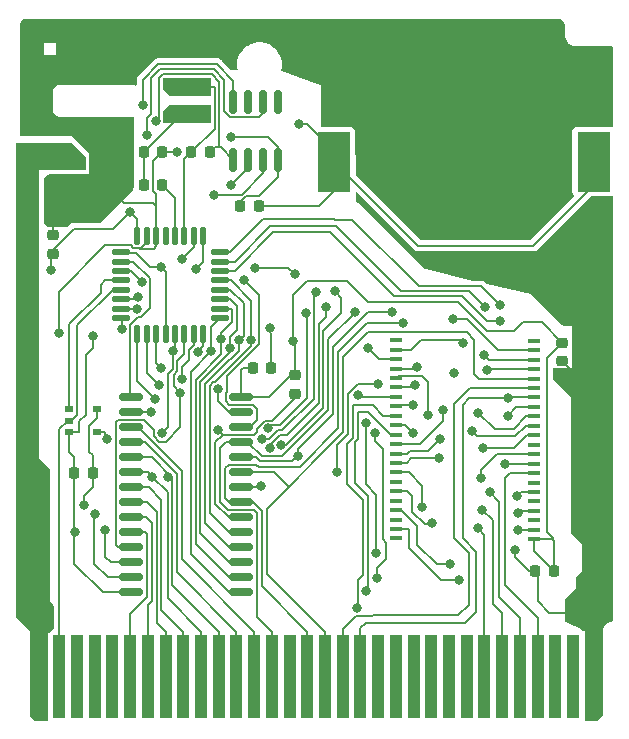
<source format=gbr>
G04 #@! TF.GenerationSoftware,KiCad,Pcbnew,(6.0.8)*
G04 #@! TF.CreationDate,2023-01-17T04:08:54-05:00*
G04 #@! TF.ProjectId,DMG-KGDU-10+,444d472d-4b47-4445-952d-31302b2e6b69,rev?*
G04 #@! TF.SameCoordinates,Original*
G04 #@! TF.FileFunction,Copper,L1,Top*
G04 #@! TF.FilePolarity,Positive*
%FSLAX46Y46*%
G04 Gerber Fmt 4.6, Leading zero omitted, Abs format (unit mm)*
G04 Created by KiCad (PCBNEW (6.0.8)) date 2023-01-17 04:08:54*
%MOMM*%
%LPD*%
G01*
G04 APERTURE LIST*
G04 Aperture macros list*
%AMRoundRect*
0 Rectangle with rounded corners*
0 $1 Rounding radius*
0 $2 $3 $4 $5 $6 $7 $8 $9 X,Y pos of 4 corners*
0 Add a 4 corners polygon primitive as box body*
4,1,4,$2,$3,$4,$5,$6,$7,$8,$9,$2,$3,0*
0 Add four circle primitives for the rounded corners*
1,1,$1+$1,$2,$3*
1,1,$1+$1,$4,$5*
1,1,$1+$1,$6,$7*
1,1,$1+$1,$8,$9*
0 Add four rect primitives between the rounded corners*
20,1,$1+$1,$2,$3,$4,$5,0*
20,1,$1+$1,$4,$5,$6,$7,0*
20,1,$1+$1,$6,$7,$8,$9,0*
20,1,$1+$1,$8,$9,$2,$3,0*%
%AMFreePoly0*
4,1,6,0.750000,1.500000,0.750000,-2.000000,-0.750000,-2.000000,-0.750000,2.000000,0.250000,2.000000,0.750000,1.500000,0.750000,1.500000,$1*%
%AMFreePoly1*
4,1,6,0.750000,-2.000000,-0.750000,-2.000000,-0.750000,1.500000,-0.250000,2.000000,0.750000,2.000000,0.750000,-2.000000,0.750000,-2.000000,$1*%
%AMFreePoly2*
4,1,6,0.750000,-6.800000,-0.350000,-6.800000,-0.750000,-6.400000,-0.750000,0.500000,0.750000,0.500000,0.750000,-6.800000,0.750000,-6.800000,$1*%
%AMFreePoly3*
4,1,5,0.500000,-6.500000,-0.500000,-6.500000,-0.500000,0.500000,0.500000,0.500000,0.500000,-6.500000,0.500000,-6.500000,$1*%
%AMFreePoly4*
4,1,6,0.750000,-6.300000,0.250000,-6.800000,-0.750000,-6.800000,-0.750000,0.500000,0.750000,0.500000,0.750000,-6.300000,0.750000,-6.300000,$1*%
G04 Aperture macros list end*
G04 #@! TA.AperFunction,SMDPad,CuDef*
%ADD10FreePoly0,90.000000*%
G04 #@! TD*
G04 #@! TA.AperFunction,SMDPad,CuDef*
%ADD11FreePoly1,90.000000*%
G04 #@! TD*
G04 #@! TA.AperFunction,SMDPad,CuDef*
%ADD12R,0.700000X0.510000*%
G04 #@! TD*
G04 #@! TA.AperFunction,SMDPad,CuDef*
%ADD13RoundRect,0.218750X0.256250X-0.218750X0.256250X0.218750X-0.256250X0.218750X-0.256250X-0.218750X0*%
G04 #@! TD*
G04 #@! TA.AperFunction,SMDPad,CuDef*
%ADD14RoundRect,0.218750X0.218750X0.256250X-0.218750X0.256250X-0.218750X-0.256250X0.218750X-0.256250X0*%
G04 #@! TD*
G04 #@! TA.AperFunction,SMDPad,CuDef*
%ADD15RoundRect,0.218750X-0.218750X-0.256250X0.218750X-0.256250X0.218750X0.256250X-0.218750X0.256250X0*%
G04 #@! TD*
G04 #@! TA.AperFunction,SMDPad,CuDef*
%ADD16RoundRect,0.150000X-0.875000X-0.150000X0.875000X-0.150000X0.875000X0.150000X-0.875000X0.150000X0*%
G04 #@! TD*
G04 #@! TA.AperFunction,SMDPad,CuDef*
%ADD17RoundRect,0.150000X0.150000X-0.825000X0.150000X0.825000X-0.150000X0.825000X-0.150000X-0.825000X0*%
G04 #@! TD*
G04 #@! TA.AperFunction,SMDPad,CuDef*
%ADD18R,2.790000X5.080000*%
G04 #@! TD*
G04 #@! TA.AperFunction,SMDPad,CuDef*
%ADD19C,12.700000*%
G04 #@! TD*
G04 #@! TA.AperFunction,ComponentPad*
%ADD20C,0.800000*%
G04 #@! TD*
G04 #@! TA.AperFunction,ConnectorPad*
%ADD21FreePoly2,0.000000*%
G04 #@! TD*
G04 #@! TA.AperFunction,ConnectorPad*
%ADD22FreePoly3,0.000000*%
G04 #@! TD*
G04 #@! TA.AperFunction,ConnectorPad*
%ADD23FreePoly4,0.000000*%
G04 #@! TD*
G04 #@! TA.AperFunction,SMDPad,CuDef*
%ADD24RoundRect,0.125000X0.125000X-0.625000X0.125000X0.625000X-0.125000X0.625000X-0.125000X-0.625000X0*%
G04 #@! TD*
G04 #@! TA.AperFunction,SMDPad,CuDef*
%ADD25RoundRect,0.125000X0.625000X-0.125000X0.625000X0.125000X-0.625000X0.125000X-0.625000X-0.125000X0*%
G04 #@! TD*
G04 #@! TA.AperFunction,SMDPad,CuDef*
%ADD26R,1.000000X0.425000*%
G04 #@! TD*
G04 #@! TA.AperFunction,ViaPad*
%ADD27C,2.050000*%
G04 #@! TD*
G04 #@! TA.AperFunction,ViaPad*
%ADD28C,0.800000*%
G04 #@! TD*
G04 #@! TA.AperFunction,Conductor*
%ADD29C,0.200000*%
G04 #@! TD*
G04 #@! TA.AperFunction,Conductor*
%ADD30C,1.500000*%
G04 #@! TD*
G04 APERTURE END LIST*
D10*
X131718000Y-77802000D03*
D11*
X131718000Y-75502000D03*
D12*
X121735000Y-102789000D03*
X121735000Y-103739000D03*
X121735000Y-104689000D03*
X124055000Y-104689000D03*
X124055000Y-102789000D03*
D13*
X163431000Y-98709600D03*
X163431000Y-97134600D03*
D14*
X162737500Y-116460000D03*
X161162500Y-116460000D03*
X138806500Y-99247400D03*
X137231500Y-99247400D03*
D15*
X132030500Y-81002000D03*
X133605500Y-81002000D03*
D14*
X129605500Y-81002000D03*
X128030500Y-81002000D03*
D13*
X120319000Y-89589500D03*
X120319000Y-88014500D03*
D15*
X122132500Y-108210000D03*
X123707500Y-108210000D03*
D14*
X129605500Y-83802000D03*
X128030500Y-83802000D03*
D13*
X140810000Y-101457500D03*
X140810000Y-99882500D03*
D14*
X137787500Y-85600000D03*
X136212500Y-85600000D03*
D16*
X126969000Y-101747000D03*
X126969000Y-103017000D03*
X126969000Y-104287000D03*
X126969000Y-105557000D03*
X126969000Y-106827000D03*
X126969000Y-108097000D03*
X126969000Y-109367000D03*
X126969000Y-110637000D03*
X126969000Y-111907000D03*
X126969000Y-113177000D03*
X126969000Y-114447000D03*
X126969000Y-115717000D03*
X126969000Y-116987000D03*
X126969000Y-118257000D03*
X136269000Y-118257000D03*
X136269000Y-116987000D03*
X136269000Y-115717000D03*
X136269000Y-114447000D03*
X136269000Y-113177000D03*
X136269000Y-111907000D03*
X136269000Y-110637000D03*
X136269000Y-109367000D03*
X136269000Y-108097000D03*
X136269000Y-106827000D03*
X136269000Y-105557000D03*
X136269000Y-104287000D03*
X136269000Y-103017000D03*
X136269000Y-101747000D03*
D17*
X135613000Y-81677000D03*
X136883000Y-81677000D03*
X138153000Y-81677000D03*
X139423000Y-81677000D03*
X139423000Y-76727000D03*
X138153000Y-76727000D03*
X136883000Y-76727000D03*
X135613000Y-76727000D03*
D18*
X166105000Y-81802000D03*
X144135000Y-81802000D03*
D19*
X155120000Y-81802000D03*
D20*
X119120000Y-122402000D03*
D21*
X119120000Y-122402000D03*
D22*
X120870000Y-122402000D03*
D20*
X120870000Y-122402000D03*
D22*
X122370000Y-122402000D03*
D20*
X122370000Y-122402000D03*
X123870000Y-122402000D03*
D22*
X123870000Y-122402000D03*
X125370000Y-122402000D03*
D20*
X125370000Y-122402000D03*
D22*
X126870000Y-122402000D03*
D20*
X126870000Y-122402000D03*
X128370000Y-122402000D03*
D22*
X128370000Y-122402000D03*
D20*
X129870000Y-122402000D03*
D22*
X129870000Y-122402000D03*
X131370000Y-122402000D03*
D20*
X131370000Y-122402000D03*
D22*
X132870000Y-122402000D03*
D20*
X132870000Y-122402000D03*
D22*
X134370000Y-122402000D03*
D20*
X134370000Y-122402000D03*
D22*
X135870000Y-122402000D03*
D20*
X135870000Y-122402000D03*
X137370000Y-122402000D03*
D22*
X137370000Y-122402000D03*
D20*
X138870000Y-122402000D03*
D22*
X138870000Y-122402000D03*
X140370000Y-122402000D03*
D20*
X140370000Y-122402000D03*
X141870000Y-122402000D03*
D22*
X141870000Y-122402000D03*
X143370000Y-122402000D03*
D20*
X143370000Y-122402000D03*
D22*
X144870000Y-122402000D03*
D20*
X144870000Y-122402000D03*
D22*
X146370000Y-122402000D03*
D20*
X146370000Y-122402000D03*
D22*
X147870000Y-122402000D03*
D20*
X147870000Y-122402000D03*
D22*
X149370000Y-122402000D03*
D20*
X149370000Y-122402000D03*
X150870000Y-122402000D03*
D22*
X150870000Y-122402000D03*
X152370000Y-122402000D03*
D20*
X152370000Y-122402000D03*
D22*
X153870000Y-122402000D03*
D20*
X153870000Y-122402000D03*
D22*
X155370000Y-122402000D03*
D20*
X155370000Y-122402000D03*
X156870000Y-122402000D03*
D22*
X156870000Y-122402000D03*
X158370000Y-122402000D03*
D20*
X158370000Y-122402000D03*
D22*
X159870000Y-122402000D03*
D20*
X159870000Y-122402000D03*
D22*
X161370000Y-122402000D03*
D20*
X161370000Y-122402000D03*
D22*
X162870000Y-122402000D03*
D20*
X162870000Y-122402000D03*
D22*
X164370000Y-122402000D03*
D20*
X164370000Y-122402000D03*
X166120000Y-122402000D03*
D23*
X166120000Y-122402000D03*
D24*
X127471020Y-96440760D03*
X128271020Y-96440760D03*
X129071020Y-96440760D03*
X129871020Y-96440760D03*
X130671020Y-96440760D03*
X131471020Y-96440760D03*
X132271020Y-96440760D03*
X133071020Y-96440760D03*
D25*
X134446020Y-95065760D03*
X134446020Y-94265760D03*
X134446020Y-93465760D03*
X134446020Y-92665760D03*
X134446020Y-91865760D03*
X134446020Y-91065760D03*
X134446020Y-90265760D03*
X134446020Y-89465760D03*
D24*
X133071020Y-88090760D03*
X132271020Y-88090760D03*
X131471020Y-88090760D03*
X130671020Y-88090760D03*
X129871020Y-88090760D03*
X129071020Y-88090760D03*
X128271020Y-88090760D03*
X127471020Y-88090760D03*
D25*
X126096020Y-89465760D03*
X126096020Y-90265760D03*
X126096020Y-91065760D03*
X126096020Y-91865760D03*
X126096020Y-92665760D03*
X126096020Y-93465760D03*
X126096020Y-94265760D03*
X126096020Y-95065760D03*
D26*
X161055000Y-96977745D03*
X161055000Y-97777840D03*
X161055000Y-98577935D03*
X161055000Y-99378030D03*
X161055000Y-100178125D03*
X161055000Y-100978220D03*
X161055000Y-101778315D03*
X161055000Y-102578410D03*
X161055000Y-103378505D03*
X161055000Y-104178600D03*
X161055000Y-104978695D03*
X161055000Y-105778790D03*
X161055000Y-106578885D03*
X161055000Y-107378980D03*
X161055000Y-108179075D03*
X161055000Y-108979170D03*
X161055000Y-109779265D03*
X161055000Y-110579360D03*
X161055000Y-111379455D03*
X161055000Y-112179550D03*
X161055000Y-112979645D03*
X161055000Y-113779745D03*
X149350000Y-113715470D03*
X149350000Y-112916423D03*
X149350000Y-112117376D03*
X149350000Y-111318329D03*
X149350000Y-110519282D03*
X149350000Y-109720235D03*
X149350000Y-108921188D03*
X149350000Y-108122141D03*
X149350000Y-107323094D03*
X149350000Y-106524047D03*
X149350000Y-105725000D03*
X149350000Y-104925953D03*
X149350000Y-104126906D03*
X149350000Y-103327859D03*
X149350000Y-102528812D03*
X149350000Y-101729765D03*
X149350000Y-100930718D03*
X149350000Y-100131671D03*
X149350000Y-99332624D03*
X149350000Y-98533577D03*
X149350000Y-97734530D03*
X149350000Y-96935470D03*
D27*
X165620000Y-120002000D03*
D28*
X138750000Y-95925000D03*
X153075000Y-105325000D03*
X129067560Y-78404720D03*
X159450000Y-114675000D03*
X130799840Y-80952340D03*
X156575000Y-108575000D03*
X122180000Y-113150000D03*
X120825000Y-96300000D03*
X166116000Y-88226900D03*
X166014400Y-76492100D03*
X164500560Y-100667820D03*
X118143020Y-78996540D03*
X123725000Y-96575000D03*
X137741660Y-70446900D03*
X125130560Y-84127340D03*
X120317260Y-86794340D03*
X122930000Y-110850000D03*
X127950990Y-76978660D03*
X140630000Y-97020000D03*
X122135900Y-81775300D03*
X120167400Y-91013280D03*
X128287780Y-79517240D03*
X126857100Y-86035540D03*
X128614800Y-103017000D03*
X152125000Y-103275000D03*
X141750500Y-94665734D03*
X138547500Y-104386500D03*
X151025000Y-100700000D03*
X144200000Y-92800000D03*
X139674700Y-105806100D03*
X130113635Y-108530605D03*
X138000100Y-105328500D03*
X146125000Y-101550000D03*
X142625000Y-92825000D03*
X150800000Y-102425000D03*
X143475000Y-94125000D03*
X128736090Y-108482130D03*
X138674300Y-106069100D03*
X146070700Y-119560300D03*
X150850000Y-104825000D03*
X147600000Y-104750000D03*
X147785300Y-117100000D03*
X146825000Y-118125000D03*
X147693800Y-114923000D03*
X158575000Y-107375000D03*
X146825125Y-103899500D03*
X151575000Y-111075000D03*
X131121900Y-101378200D03*
X131267300Y-100174500D03*
X152425000Y-112375000D03*
X124771100Y-112973600D03*
X132639100Y-97892000D03*
X153925000Y-115850000D03*
X123896400Y-111660000D03*
X154725000Y-117250000D03*
X133720852Y-97846504D03*
X159674500Y-113000000D03*
X156325000Y-112850000D03*
X134590321Y-96851708D03*
X156675000Y-111275000D03*
X135293935Y-97562306D03*
X159700000Y-111525000D03*
X159600000Y-110150000D03*
X136072970Y-96935306D03*
X157300000Y-109775000D03*
X137072788Y-96915588D03*
X124894300Y-105306000D03*
X134310100Y-104533700D03*
X157070000Y-99420000D03*
X150000000Y-95500000D03*
X130528600Y-97869500D03*
X153025000Y-106925000D03*
X137918100Y-109305800D03*
X129580200Y-104762072D03*
X156790000Y-98140000D03*
X149025000Y-94500000D03*
X141075000Y-106700000D03*
X145900000Y-94500000D03*
X151125000Y-99200000D03*
X136545320Y-91848940D03*
X127838100Y-92002600D03*
X129471800Y-99246100D03*
X134332573Y-101067317D03*
X158875000Y-101850000D03*
X158225000Y-95325000D03*
X128951800Y-101881100D03*
X129275900Y-100732500D03*
X144369900Y-108102700D03*
X147850000Y-100625000D03*
X153375000Y-102800000D03*
X135400000Y-83800000D03*
X134000000Y-84600000D03*
X129451100Y-90756740D03*
X156925000Y-94125000D03*
X158825000Y-103325000D03*
X156725000Y-106050000D03*
X158200000Y-93950000D03*
X137450000Y-90775000D03*
X147025000Y-97625000D03*
X140800000Y-91350000D03*
X132450000Y-90925000D03*
X154175000Y-95150000D03*
X131250000Y-90050000D03*
X127534900Y-93261500D03*
X155025000Y-97150000D03*
X127482100Y-94275400D03*
X154300000Y-99725000D03*
X155775000Y-104575000D03*
X156350000Y-103050000D03*
X126189400Y-95944900D03*
X141185204Y-78614190D03*
X135400000Y-79700000D03*
D29*
X125130560Y-84127340D02*
X125072140Y-84068920D01*
X150325953Y-106524047D02*
X149350000Y-106524047D01*
X127694070Y-89140770D02*
X127145970Y-89140770D01*
X161162500Y-116460000D02*
X161375000Y-116672500D01*
X134434400Y-78464000D02*
X134434400Y-80587500D01*
X122575000Y-103750000D02*
X122575000Y-104675000D01*
X150550000Y-106300000D02*
X150325953Y-106524047D01*
X133605500Y-81002000D02*
X134020000Y-80587500D01*
X128849560Y-89181500D02*
X129071020Y-88960040D01*
X120825000Y-92849960D02*
X120825000Y-96300000D01*
X159450000Y-114675000D02*
X159450000Y-115275000D01*
X128824719Y-85335539D02*
X126338759Y-85335539D01*
X134434400Y-80587500D02*
X134523500Y-80587500D01*
X120319000Y-86470020D02*
X120319000Y-86470020D01*
X127734800Y-89181500D02*
X128849560Y-89181500D01*
X124769060Y-88905900D02*
X120825000Y-92849960D01*
X124579060Y-118257000D02*
X122158600Y-115836540D01*
X129655160Y-80952340D02*
X129605500Y-81002000D01*
X162352000Y-120002000D02*
X165620000Y-120002000D01*
X129346880Y-74694720D02*
X129346880Y-78125400D01*
X166650000Y-102817260D02*
X166650000Y-116425000D01*
X153745900Y-83676100D02*
X153745900Y-84904900D01*
X156575000Y-108575000D02*
X156575000Y-107905761D01*
X155120000Y-82302000D02*
X153745900Y-83676100D01*
X156575000Y-107905761D02*
X157901876Y-106578885D01*
X165620000Y-120002000D02*
X165620000Y-117455000D01*
X164500560Y-100667820D02*
X166650000Y-102817260D01*
X129071020Y-84557820D02*
X128818000Y-84304800D01*
X128818000Y-81789500D02*
X128818000Y-84304800D01*
X123725000Y-97575000D02*
X123100000Y-98200000D01*
X159450000Y-115275000D02*
X160635000Y-116460000D01*
X129071020Y-85581840D02*
X129071020Y-84557820D01*
X123100000Y-103225000D02*
X122575000Y-103750000D01*
X130799840Y-80952340D02*
X129655160Y-80952340D01*
X164500560Y-99779160D02*
X164500560Y-100667820D01*
X120319000Y-88014500D02*
X120319000Y-86470020D01*
D30*
X166120000Y-120502000D02*
X165620000Y-120002000D01*
D29*
X134020000Y-80587500D02*
X134434400Y-80587500D01*
X160635000Y-116460000D02*
X161162500Y-116460000D01*
X129071020Y-85581840D02*
X128824719Y-85335539D01*
X129618000Y-74423600D02*
X133814300Y-74423600D01*
X138806500Y-96327420D02*
X138806500Y-99247400D01*
X123725000Y-96575000D02*
X123725000Y-97575000D01*
X122158600Y-115836540D02*
X122158600Y-109663900D01*
X153503800Y-85147000D02*
X153745900Y-84904900D01*
X123100000Y-98200000D02*
X123100000Y-103225000D01*
X161375000Y-116672500D02*
X161375000Y-119025000D01*
X122575000Y-104675000D02*
X122561000Y-104689000D01*
X127145970Y-89140770D02*
X126911100Y-88905900D01*
X134434400Y-75043700D02*
X134434400Y-78464000D01*
X134523500Y-80587500D02*
X135613000Y-81677000D01*
X126338759Y-85335539D02*
X125130560Y-84127340D01*
X127734800Y-89181500D02*
X128271000Y-88645300D01*
X122158600Y-109663900D02*
X122158500Y-109663900D01*
X129346880Y-78125400D02*
X129067560Y-78404720D01*
X161375000Y-119025000D02*
X162352000Y-120002000D01*
X126542500Y-118257000D02*
X126969000Y-118257000D01*
X157901876Y-106578885D02*
X161055000Y-106578885D01*
X122158500Y-113128500D02*
X122158500Y-109663900D01*
X129346880Y-74694720D02*
X129618000Y-74423600D01*
X153075000Y-105325000D02*
X152100000Y-106300000D01*
X122561000Y-104689000D02*
X121735000Y-104689000D01*
X128271000Y-88645300D02*
X128271000Y-88090800D01*
X138806500Y-99247400D02*
X139016000Y-99037900D01*
X129071020Y-88960040D02*
X129071020Y-88090760D01*
X126911100Y-88905900D02*
X124769060Y-88905900D01*
X121735000Y-106375500D02*
X121735000Y-104689000D01*
X163431000Y-98709600D02*
X164500560Y-99779160D01*
X152100000Y-106300000D02*
X150550000Y-106300000D01*
X129071020Y-88090760D02*
X129071020Y-85581840D01*
X133814300Y-74423600D02*
X134434400Y-75043700D01*
X122158500Y-109663900D02*
X122158500Y-106799000D01*
X126969000Y-118257000D02*
X124579060Y-118257000D01*
D30*
X166120000Y-122402000D02*
X166120000Y-120502000D01*
D29*
X127734800Y-89181500D02*
X127694070Y-89140770D01*
X122158500Y-106799000D02*
X121735000Y-106375500D01*
X161162500Y-116460000D02*
X161387500Y-116685000D01*
X129605500Y-81002000D02*
X128818000Y-81789500D01*
X165620000Y-117455000D02*
X166650000Y-116425000D01*
X122180000Y-113150000D02*
X122158500Y-113128500D01*
X131230500Y-77802000D02*
X131718000Y-77802000D01*
X128030500Y-83802000D02*
X128030500Y-81002000D01*
X128030500Y-81002000D02*
X131230500Y-77802000D01*
X122930000Y-110850000D02*
X122930000Y-110140000D01*
X140625000Y-94975000D02*
X140625000Y-93100000D01*
X123404700Y-106351100D02*
X123404700Y-104170300D01*
X161055000Y-114777500D02*
X161055000Y-113779745D01*
D30*
X119120000Y-122402000D02*
X119120000Y-121143680D01*
D29*
X162554855Y-113779745D02*
X161055000Y-113779745D01*
X157120000Y-96170000D02*
X159360000Y-96170000D01*
X135613000Y-74959000D02*
X134215200Y-73561200D01*
X127950990Y-74874010D02*
X127950990Y-76978660D01*
X147050000Y-93700000D02*
X154650000Y-93700000D01*
X135613000Y-76727000D02*
X135613000Y-74959000D01*
X140625000Y-95706180D02*
X140625000Y-95562500D01*
X162654800Y-113679800D02*
X162554855Y-113779745D01*
X162654800Y-113854800D02*
X162737500Y-113937500D01*
X162550000Y-113750000D02*
X162654800Y-113854800D01*
X140625000Y-93100000D02*
X141825000Y-91900000D01*
X123733500Y-106679900D02*
X123404700Y-106351100D01*
X162150000Y-113175000D02*
X162654800Y-113679800D01*
X160120000Y-95410000D02*
X161706400Y-95410000D01*
X162654800Y-113679800D02*
X162654800Y-113854800D01*
X141825000Y-91900000D02*
X145250000Y-91900000D01*
X140810000Y-99882500D02*
X140487500Y-99882500D01*
X161706400Y-95410000D02*
X163431000Y-97134600D01*
X140810000Y-97200000D02*
X140810000Y-99882500D01*
X136451900Y-99247400D02*
X136269000Y-99430300D01*
X145250000Y-91900000D02*
X147050000Y-93700000D01*
X129263800Y-73561200D02*
X127950990Y-74874010D01*
X162150000Y-98415600D02*
X162150000Y-113175000D01*
X140487500Y-99882500D02*
X138623000Y-101747000D01*
X154650000Y-93700000D02*
X157120000Y-96170000D01*
X123404700Y-104170300D02*
X124055000Y-103520000D01*
X159360000Y-96170000D02*
X160120000Y-95410000D01*
X124055000Y-103520000D02*
X124055000Y-102789000D01*
X140625000Y-95562500D02*
X140625000Y-94956680D01*
X140625000Y-96537500D02*
X140625000Y-95562500D01*
X137231500Y-99247400D02*
X136451900Y-99247400D01*
X138623000Y-101747000D02*
X136269000Y-101747000D01*
X140630000Y-97020000D02*
X140625000Y-97015000D01*
X134215200Y-73561200D02*
X129263800Y-73561200D01*
X123733500Y-109336500D02*
X123733500Y-106679900D01*
X136269000Y-99430300D02*
X136269000Y-101747000D01*
X162737500Y-113937500D02*
X162737500Y-116460000D01*
X140625000Y-97015000D02*
X140625000Y-96175000D01*
X162737500Y-116460000D02*
X161055000Y-114777500D01*
X163431000Y-97134600D02*
X162150000Y-98415600D01*
X122930000Y-110140000D02*
X123733500Y-109336500D01*
X140630000Y-97020000D02*
X140810000Y-97200000D01*
X134018300Y-75502000D02*
X134018300Y-79014200D01*
X131718000Y-75502000D02*
X134018300Y-75502000D01*
X131471000Y-81561500D02*
X131471000Y-88090800D01*
X134018300Y-79014200D02*
X132030500Y-81002000D01*
X132030500Y-81002000D02*
X131471000Y-81561500D01*
X120319000Y-89248780D02*
X122090880Y-87476900D01*
X120167400Y-91013280D02*
X120167400Y-89741100D01*
X128287780Y-79517240D02*
X128287780Y-78153260D01*
X128651000Y-77790040D02*
X128651000Y-74740300D01*
X128287780Y-78153260D02*
X128651000Y-77790040D01*
X122090880Y-87476900D02*
X125415740Y-87476900D01*
X133986100Y-74008000D02*
X134834800Y-74856700D01*
X125415740Y-87476900D02*
X126857100Y-86035540D01*
X120319000Y-89589500D02*
X120319000Y-89248780D01*
X128651000Y-74740300D02*
X129383300Y-74008000D01*
X127471020Y-88090760D02*
X127471020Y-86649460D01*
X129383300Y-74008000D02*
X133986100Y-74008000D01*
X127471020Y-86649460D02*
X126857100Y-86035540D01*
X137810600Y-78044400D02*
X138153000Y-77702000D01*
X135316500Y-78044400D02*
X137810600Y-78044400D01*
X138153000Y-77702000D02*
X138153000Y-76727000D01*
X134834800Y-77562700D02*
X135316500Y-78044400D01*
X134834800Y-74856700D02*
X134834800Y-77562700D01*
X120167400Y-89741100D02*
X120319000Y-89589500D01*
X126889800Y-95647000D02*
X127561100Y-94975700D01*
X128568300Y-94195700D02*
X128568300Y-91700100D01*
X127134000Y-90265800D02*
X126096000Y-90265800D01*
X127561100Y-94975700D02*
X127788300Y-94975700D01*
X126969000Y-101747000D02*
X126889800Y-101667800D01*
X127788300Y-94975700D02*
X128568300Y-94195700D01*
X126889800Y-101667800D02*
X126889800Y-95647000D01*
X128568300Y-91700100D02*
X127134000Y-90265800D01*
X144870000Y-122402000D02*
X144870000Y-121380000D01*
X144870000Y-121380000D02*
X146000000Y-120250000D01*
X161054525Y-100978695D02*
X161055000Y-100978220D01*
X146000000Y-120250000D02*
X147375000Y-120250000D01*
X154650000Y-120225000D02*
X155550000Y-119325000D01*
X155550000Y-119325000D02*
X155550000Y-114925000D01*
X147400000Y-120225000D02*
X154650000Y-120225000D01*
X154300000Y-113675000D02*
X154300000Y-102330000D01*
X126969000Y-103017000D02*
X128614800Y-103017000D01*
X147375000Y-120250000D02*
X147400000Y-120225000D01*
X154300000Y-102330000D02*
X155651305Y-100978695D01*
X155550000Y-114925000D02*
X154300000Y-113675000D01*
X155651305Y-100978695D02*
X161054525Y-100978695D01*
X141825000Y-94740234D02*
X141825000Y-101834200D01*
X126969000Y-104287000D02*
X127527102Y-104287000D01*
X152125000Y-103275000D02*
X152125000Y-100500000D01*
X151550000Y-99925000D02*
X149556671Y-99925000D01*
X131256400Y-115488100D02*
X137370000Y-121601700D01*
X141750500Y-94665734D02*
X141825000Y-94740234D01*
X139520700Y-104138500D02*
X138795500Y-104138500D01*
X137370000Y-121601700D02*
X137370000Y-122402000D01*
X127527102Y-104287000D02*
X131256400Y-108016298D01*
X152125000Y-100500000D02*
X151550000Y-99925000D01*
X149556671Y-99925000D02*
X149350000Y-100131671D01*
X141825000Y-101834200D02*
X139520700Y-104138500D01*
X138795500Y-104138500D02*
X138547500Y-104386500D01*
X131256400Y-108016298D02*
X131256400Y-115488100D01*
X126969000Y-104287000D02*
X127361800Y-104287000D01*
X150800000Y-100925000D02*
X149355718Y-100925000D01*
X135870000Y-121601700D02*
X130856000Y-116587700D01*
X135870000Y-122402000D02*
X135870000Y-121601700D01*
X149355718Y-100925000D02*
X149350000Y-100930718D01*
X140099200Y-105806100D02*
X139674700Y-105806100D01*
X143225000Y-102675000D02*
X140093900Y-105806100D01*
X151025000Y-100700000D02*
X150800000Y-100925000D01*
X126969000Y-105557000D02*
X127685800Y-105557000D01*
X143225000Y-96125000D02*
X143225000Y-102675000D01*
X130856000Y-108686320D02*
X130855610Y-108685930D01*
X130855610Y-108282630D02*
X128129980Y-105557000D01*
X130856000Y-116587700D02*
X130856000Y-108686320D01*
X144200000Y-92800000D02*
X144750000Y-93350000D01*
X130855610Y-108685930D02*
X130855610Y-108282630D01*
X144750000Y-93350000D02*
X144750000Y-94600000D01*
X140093900Y-105806100D02*
X139674700Y-105806100D01*
X144750000Y-94600000D02*
X143225000Y-96125000D01*
X128129980Y-105557000D02*
X126969000Y-105557000D01*
X134370000Y-121601700D02*
X134370000Y-122402000D01*
X139385600Y-104538800D02*
X138595900Y-105328500D01*
X126969000Y-106827000D02*
X127932500Y-106827000D01*
X146304765Y-101729765D02*
X149350000Y-101729765D01*
X130455600Y-108568420D02*
X130455600Y-117687300D01*
X142400000Y-101873800D02*
X139735000Y-104538800D01*
X142625000Y-92825000D02*
X142400000Y-93050000D01*
X126969000Y-106827000D02*
X128714180Y-106827000D01*
X130151450Y-108568420D02*
X130113635Y-108530605D01*
X130455600Y-108568420D02*
X130151450Y-108568420D01*
X128714180Y-106827000D02*
X130455600Y-108568420D01*
X130455600Y-117687300D02*
X134370000Y-121601700D01*
X142400000Y-93050000D02*
X142400000Y-101873800D01*
X138595900Y-105328500D02*
X138000100Y-105328500D01*
X139735000Y-104538800D02*
X139385600Y-104538800D01*
X146125000Y-101550000D02*
X146304765Y-101729765D01*
X128736090Y-108482130D02*
X130055300Y-109801340D01*
X130055300Y-118787000D02*
X132870000Y-121601700D01*
X130055300Y-109801340D02*
X130055300Y-118787000D01*
X128350960Y-108097000D02*
X128736090Y-108482130D01*
X149453812Y-102425000D02*
X149350000Y-102528812D01*
X150800000Y-102425000D02*
X149453812Y-102425000D01*
X140166200Y-104939100D02*
X139551400Y-104939100D01*
X126969000Y-108097000D02*
X128350960Y-108097000D01*
X127365300Y-108097000D02*
X126969000Y-108097000D01*
X142825000Y-95575000D02*
X142825000Y-102280300D01*
X139551400Y-104939100D02*
X138674300Y-105816200D01*
X143475000Y-94925000D02*
X142825000Y-95575000D01*
X132870000Y-121601700D02*
X132870000Y-122402000D01*
X143475000Y-94125000D02*
X143475000Y-94925000D01*
X142825000Y-102280300D02*
X140166200Y-104939100D01*
X138674300Y-105816200D02*
X138674300Y-106069100D01*
X146070700Y-119560300D02*
X146150000Y-119481000D01*
X128467800Y-109367000D02*
X129522400Y-110421600D01*
X146150000Y-117250000D02*
X146600000Y-116800000D01*
X145250000Y-109100000D02*
X145250000Y-105700000D01*
X131370000Y-121601700D02*
X131370000Y-122402000D01*
X126969000Y-109367000D02*
X128467800Y-109367000D01*
X129522400Y-110421600D02*
X129522400Y-119754100D01*
X146150000Y-119481000D02*
X146150000Y-117250000D01*
X148277859Y-103327859D02*
X149350000Y-103327859D01*
X147400000Y-102450000D02*
X148277859Y-103327859D01*
X145700000Y-105250000D02*
X145700000Y-102450000D01*
X145700000Y-102450000D02*
X147400000Y-102450000D01*
X145250000Y-105700000D02*
X145700000Y-105250000D01*
X129522400Y-119754100D02*
X131370000Y-121601700D01*
X126969000Y-109367000D02*
X127412000Y-109367000D01*
X146600000Y-116800000D02*
X146600000Y-110450000D01*
X146600000Y-110450000D02*
X145250000Y-109100000D01*
X147785300Y-116214700D02*
X148550000Y-115450000D01*
X126969000Y-110637000D02*
X127364300Y-110637000D01*
X147600000Y-105500000D02*
X147600000Y-104750000D01*
X148550000Y-114075000D02*
X148275000Y-113800000D01*
X148550000Y-115450000D02*
X148550000Y-114075000D01*
X129122100Y-120853800D02*
X129870000Y-121601700D01*
X128282380Y-110637000D02*
X129122000Y-111476620D01*
X129870000Y-121601700D02*
X129870000Y-122402000D01*
X148275000Y-106175000D02*
X147600000Y-105500000D01*
X147785300Y-117100000D02*
X147785300Y-116214700D01*
X129122000Y-111476620D02*
X129122000Y-120853800D01*
X126969000Y-110637000D02*
X128282380Y-110637000D01*
X147600000Y-104750000D02*
X147800000Y-104750000D01*
X148275000Y-113800000D02*
X148275000Y-106175000D01*
X150850000Y-104825000D02*
X150151906Y-104126906D01*
X150151906Y-104126906D02*
X149350000Y-104126906D01*
X129122000Y-120853800D02*
X129122100Y-120853800D01*
X146150000Y-102975000D02*
X147025000Y-102975000D01*
X145900000Y-109000000D02*
X145900000Y-105544975D01*
X128697500Y-112423720D02*
X128697500Y-118410500D01*
X147050000Y-110150000D02*
X145900000Y-109000000D01*
X148975953Y-104925953D02*
X149350000Y-104925953D01*
X147043800Y-114653761D02*
X147050000Y-114647561D01*
X128370000Y-122402000D02*
X128370000Y-119310480D01*
X147050000Y-114647561D02*
X147050000Y-110150000D01*
X147025000Y-102975000D02*
X148975953Y-104925953D01*
X146825000Y-118125000D02*
X147043800Y-117906200D01*
X128697500Y-118982980D02*
X128697500Y-118410500D01*
X128180780Y-111907000D02*
X128697500Y-112423720D01*
X146150000Y-105294975D02*
X146150000Y-102975000D01*
X145900000Y-105544975D02*
X146150000Y-105294975D01*
X126969000Y-111907000D02*
X127377300Y-111907000D01*
X128370000Y-119310480D02*
X128697500Y-118982980D01*
X126969000Y-111907000D02*
X128180780Y-111907000D01*
X147043800Y-117906200D02*
X147043800Y-114653761D01*
X126870000Y-122402000D02*
X126870000Y-120101820D01*
X147693900Y-114923000D02*
X147693800Y-114923000D01*
X146825125Y-109100125D02*
X147725000Y-110000000D01*
X158575000Y-107375000D02*
X158578980Y-107378980D01*
X126870000Y-120101820D02*
X128297100Y-118674720D01*
X128297100Y-118674720D02*
X128297100Y-118072740D01*
X147725000Y-110000000D02*
X147725000Y-114891800D01*
X146825125Y-103899500D02*
X146825125Y-109100125D01*
X128140140Y-113177000D02*
X128297100Y-113333960D01*
X126969000Y-113177000D02*
X128140140Y-113177000D01*
X158578980Y-107378980D02*
X161055000Y-107378980D01*
X128297100Y-113333960D02*
X128297100Y-118072740D01*
X147725000Y-114891800D02*
X147693800Y-114923000D01*
X126969000Y-113177000D02*
X127445100Y-113177000D01*
X130878120Y-99554680D02*
X130562800Y-99870000D01*
X131471020Y-98119580D02*
X130878120Y-98712480D01*
X131471020Y-97941780D02*
X131471020Y-98119580D01*
X131339200Y-96572600D02*
X131471000Y-96440800D01*
X130878120Y-98712480D02*
X130878120Y-99554680D01*
X150452141Y-108122141D02*
X149350000Y-108122141D01*
X131471020Y-96440760D02*
X131471020Y-97941780D01*
X125864300Y-114447000D02*
X125643000Y-114225700D01*
X125870400Y-103652000D02*
X128023800Y-103652000D01*
X131121900Y-104268500D02*
X131121900Y-101378200D01*
X129884200Y-105506200D02*
X131121900Y-104268500D01*
X131121900Y-101378200D02*
X130562800Y-100819100D01*
X128880200Y-104508400D02*
X128880200Y-105074400D01*
X125643000Y-103879400D02*
X125870400Y-103652000D01*
X128023800Y-103652000D02*
X128880200Y-104508400D01*
X126969000Y-114447000D02*
X126492500Y-114447000D01*
X151575000Y-109245000D02*
X150452141Y-108122141D01*
X130562800Y-100819100D02*
X130562800Y-99870000D01*
X125643000Y-114225700D02*
X125643000Y-103879400D01*
X151575000Y-111075000D02*
X151575000Y-109245000D01*
X126969000Y-114447000D02*
X125864300Y-114447000D01*
X129312000Y-105506200D02*
X129884200Y-105506200D01*
X128880200Y-105074400D02*
X129312000Y-105506200D01*
X126969000Y-115717000D02*
X126568600Y-115717000D01*
X151800000Y-112525000D02*
X150775000Y-111500000D01*
X132271000Y-97341552D02*
X131820540Y-97792012D01*
X132271000Y-96440800D02*
X132271000Y-97341552D01*
X131820540Y-98633660D02*
X131267300Y-99186900D01*
X125219140Y-115717000D02*
X124771100Y-115268960D01*
X126969000Y-115717000D02*
X125219140Y-115717000D01*
X150775000Y-111500000D02*
X150775000Y-110155000D01*
X152275000Y-112525000D02*
X151800000Y-112525000D01*
X131267300Y-99186900D02*
X131267300Y-100174500D01*
X150775000Y-110155000D02*
X150340235Y-109720235D01*
X124771100Y-113919500D02*
X124771100Y-112973600D01*
X131820540Y-97792012D02*
X131820540Y-98633660D01*
X124771100Y-115268960D02*
X124771100Y-113919500D01*
X152425000Y-112375000D02*
X152275000Y-112525000D01*
X150340235Y-109720235D02*
X149350000Y-109720235D01*
X151190000Y-112670000D02*
X149838329Y-111318329D01*
X149838329Y-111318329D02*
X149350000Y-111318329D01*
X123838100Y-115842180D02*
X124982920Y-116987000D01*
X152810000Y-115850000D02*
X151190000Y-114230000D01*
X123896400Y-111660000D02*
X123838100Y-111718300D01*
X133071000Y-96440800D02*
X133071000Y-97460100D01*
X126574600Y-116987000D02*
X126969000Y-116987000D01*
X123838100Y-111718300D02*
X123838100Y-115842180D01*
X124982920Y-116987000D02*
X126969000Y-116987000D01*
X153925000Y-115850000D02*
X152810000Y-115850000D01*
X151190000Y-114230000D02*
X151190000Y-112670000D01*
X133071000Y-97460100D02*
X132639100Y-97892000D01*
X131986900Y-99580456D02*
X133720852Y-97846504D01*
X131986900Y-114999900D02*
X131986900Y-99580456D01*
X136269000Y-118257000D02*
X135244000Y-118257000D01*
X154725000Y-117250000D02*
X153180000Y-117250000D01*
X135244000Y-118257000D02*
X131986900Y-114999900D01*
X150416423Y-112916423D02*
X149350000Y-112916423D01*
X150450000Y-114520000D02*
X150450000Y-112950000D01*
X153180000Y-117250000D02*
X150450000Y-114520000D01*
X133720852Y-97846504D02*
X133720852Y-95790928D01*
X150450000Y-112950000D02*
X150416423Y-112916423D01*
X133720852Y-95790928D02*
X134446020Y-95065760D01*
X132409200Y-114152200D02*
X132409490Y-114151910D01*
X159674500Y-113000000D02*
X161034645Y-113000000D01*
X135496030Y-95380314D02*
X134590321Y-96286023D01*
X134446020Y-94265760D02*
X135436620Y-94265760D01*
X161034645Y-113000000D02*
X161055000Y-112979645D01*
X132409490Y-100260938D02*
X134590321Y-98080107D01*
X134446000Y-94265800D02*
X134997116Y-94265800D01*
X156870000Y-113395000D02*
X156870000Y-122402000D01*
X135436620Y-94265760D02*
X135496030Y-94325170D01*
X135244000Y-116987000D02*
X132409200Y-114152200D01*
X156325000Y-112850000D02*
X156870000Y-113395000D01*
X136269000Y-116987000D02*
X135244000Y-116987000D01*
X134590321Y-98080107D02*
X134590321Y-96851708D01*
X135496030Y-94325170D02*
X135496030Y-95380314D01*
X134590321Y-96286023D02*
X134590321Y-96851708D01*
X132409490Y-114151910D02*
X132409490Y-100260938D01*
X136269000Y-115717000D02*
X135244000Y-115717000D01*
X135244000Y-115717000D02*
X132809500Y-113282500D01*
X160000000Y-111325000D02*
X160054455Y-111379455D01*
X157575000Y-112175000D02*
X157575000Y-119250000D01*
X135293935Y-97942193D02*
X135293935Y-97562306D01*
X134446020Y-93465760D02*
X135342740Y-93465760D01*
X158370000Y-120045000D02*
X158370000Y-122402000D01*
X134446000Y-93465800D02*
X135043500Y-93465800D01*
X160054455Y-111379455D02*
X161055000Y-111379455D01*
X156675000Y-111275000D02*
X157575000Y-112175000D01*
X135896041Y-94019061D02*
X135896041Y-96059159D01*
X157575000Y-119250000D02*
X158370000Y-120045000D01*
X159700000Y-111525000D02*
X159900000Y-111325000D01*
X159900000Y-111325000D02*
X160000000Y-111325000D01*
X159700000Y-111525000D02*
X159725000Y-111550000D01*
X135293935Y-96661265D02*
X135293935Y-97562306D01*
X135342740Y-93465760D02*
X135896041Y-94019061D01*
X132809500Y-100426628D02*
X135293935Y-97942193D01*
X132809500Y-113282500D02*
X132809500Y-100426628D01*
X135896041Y-96059159D02*
X135293935Y-96661265D01*
X158125000Y-110600000D02*
X158125000Y-118675000D01*
X159875000Y-120425000D02*
X159875000Y-122397000D01*
X133209800Y-112412800D02*
X133209800Y-100631320D01*
X135244000Y-114447000D02*
X133209800Y-112412800D01*
X159875000Y-122397000D02*
X159870000Y-122402000D01*
X159600000Y-110150000D02*
X159970735Y-109779265D01*
X136472969Y-96535307D02*
X136072970Y-96935306D01*
X136269000Y-114447000D02*
X135244000Y-114447000D01*
X135344623Y-98496497D02*
X135390343Y-98496497D01*
X136072970Y-97813870D02*
X136072970Y-96935306D01*
X135390343Y-98496497D02*
X136072970Y-97813870D01*
X133209800Y-100631320D02*
X135344623Y-98496497D01*
X158125000Y-118675000D02*
X159875000Y-120425000D01*
X134446000Y-92665800D02*
X135009000Y-92665800D01*
X159970735Y-109779265D02*
X161055000Y-109779265D01*
X135345380Y-92665760D02*
X136472969Y-93793349D01*
X157300000Y-109775000D02*
X158125000Y-110600000D01*
X134446020Y-92665760D02*
X135345380Y-92665760D01*
X136472969Y-93793349D02*
X136472969Y-96535307D01*
X137129300Y-97255200D02*
X137129300Y-94180440D01*
X135244000Y-113177000D02*
X136269000Y-113177000D01*
X137129300Y-96972100D02*
X137072788Y-96915588D01*
X135386120Y-91865760D02*
X137129300Y-93608940D01*
X159055025Y-108179075D02*
X161055000Y-108179075D01*
X158600000Y-108634100D02*
X159055025Y-108179075D01*
X137129300Y-97394643D02*
X134044035Y-100479908D01*
X133610100Y-111543100D02*
X135244000Y-113177000D01*
X137129300Y-97255200D02*
X137129300Y-96972100D01*
X137129300Y-97255200D02*
X137129300Y-97394643D01*
X133610100Y-100796720D02*
X133610100Y-111543100D01*
X158600000Y-117650000D02*
X158600000Y-108634100D01*
X134044035Y-100479908D02*
X133926912Y-100479908D01*
X161370000Y-120420000D02*
X158600000Y-117650000D01*
X133926912Y-100479908D02*
X133610100Y-100796720D01*
X161370000Y-122402000D02*
X161370000Y-120420000D01*
X135001800Y-91865800D02*
X134446000Y-91865800D01*
X137129300Y-94180440D02*
X137129300Y-93993300D01*
X134446020Y-91865760D02*
X135386120Y-91865760D01*
X137129300Y-93608940D02*
X137129300Y-94180440D01*
X140810000Y-101457500D02*
X140810000Y-101598500D01*
X124705300Y-105117000D02*
X124894300Y-105306000D01*
X137599100Y-104415661D02*
X138278261Y-103736500D01*
X140810000Y-101598500D02*
X140619000Y-101789500D01*
X135204100Y-111907000D02*
X134096500Y-110799400D01*
X134719200Y-104922000D02*
X134698400Y-104922000D01*
X137370300Y-104922000D02*
X137599100Y-104693200D01*
X134096500Y-110799400D02*
X134096500Y-105544700D01*
X134719200Y-104922000D02*
X137370300Y-104922000D01*
X134096500Y-105544700D02*
X134719200Y-104922000D01*
X136269000Y-111907000D02*
X135204100Y-111907000D01*
X138278261Y-103736500D02*
X138913500Y-103736500D01*
X124055000Y-104689000D02*
X124705300Y-104689000D01*
X138913500Y-103736500D02*
X140810000Y-101840000D01*
X137599100Y-104693200D02*
X137599100Y-104415661D01*
X140810000Y-101840000D02*
X140810000Y-101457500D01*
X134698400Y-104922000D02*
X134310100Y-104533700D01*
X124705300Y-104689000D02*
X124705300Y-105117000D01*
X157070000Y-99420000D02*
X157140000Y-99350000D01*
X157140000Y-99350000D02*
X161026970Y-99350000D01*
X141870000Y-121601700D02*
X138005800Y-117737500D01*
X138005800Y-117737500D02*
X138005800Y-111400400D01*
X146900000Y-95500000D02*
X144500000Y-97900000D01*
X137553200Y-107462000D02*
X135229400Y-107462000D01*
X138005800Y-111400400D02*
X137242400Y-110637000D01*
X135247060Y-110637000D02*
X136269000Y-110637000D01*
X144500000Y-97900000D02*
X144500000Y-104400000D01*
X134920200Y-107771200D02*
X134920200Y-110310140D01*
X134920200Y-110310140D02*
X135247060Y-110637000D01*
X137742500Y-107651300D02*
X137553200Y-107462000D01*
X135229400Y-107462000D02*
X134920200Y-107771200D01*
X150000000Y-95500000D02*
X146900000Y-95500000D01*
X137242400Y-110637000D02*
X136269000Y-110637000D01*
X161026970Y-99350000D02*
X161055000Y-99378030D01*
X144500000Y-104400000D02*
X141248700Y-107651300D01*
X141248700Y-107651300D02*
X137742500Y-107651300D01*
X135859600Y-110637000D02*
X136269000Y-110637000D01*
X141870000Y-122402000D02*
X141870000Y-121601700D01*
X130528600Y-99337900D02*
X130528600Y-97869500D01*
X130671000Y-97727100D02*
X130671000Y-96440800D01*
X150675000Y-106925000D02*
X150276906Y-107323094D01*
X129580200Y-104762072D02*
X130076700Y-104265572D01*
X130076700Y-99789800D02*
X130528600Y-99337900D01*
X150276906Y-107323094D02*
X149350000Y-107323094D01*
X137856900Y-109367000D02*
X137918100Y-109305800D01*
X153025000Y-106925000D02*
X150675000Y-106925000D01*
X130076700Y-104265572D02*
X130076700Y-99789800D01*
X136269000Y-109367000D02*
X137856900Y-109367000D01*
X130528600Y-97869500D02*
X130671000Y-97727100D01*
X156378125Y-100178125D02*
X161055000Y-100178125D01*
X147012500Y-96225000D02*
X155350000Y-96225000D01*
X138460000Y-111190000D02*
X144925000Y-104725000D01*
X156000000Y-99800000D02*
X156378125Y-100178125D01*
X138450000Y-111190000D02*
X138450000Y-116681700D01*
X144925000Y-104725000D02*
X144925000Y-98312500D01*
X155350000Y-96225000D02*
X156000000Y-96875000D01*
X138450000Y-111190000D02*
X138460000Y-111190000D01*
X156000000Y-96875000D02*
X156000000Y-99800000D01*
X139047000Y-108097000D02*
X140300000Y-109350000D01*
X144925000Y-98312500D02*
X147012500Y-96225000D01*
X136269000Y-108097000D02*
X139047000Y-108097000D01*
X143370000Y-121601700D02*
X143370000Y-122402000D01*
X138450000Y-116681700D02*
X143370000Y-121601700D01*
X144075000Y-103150000D02*
X144075000Y-97475000D01*
X144075000Y-97475000D02*
X147025000Y-94525000D01*
X141075000Y-106700000D02*
X141075000Y-106150000D01*
X141075000Y-106150000D02*
X144075000Y-103150000D01*
X141059100Y-106684100D02*
X141075000Y-106700000D01*
X137491600Y-106827000D02*
X136269000Y-106827000D01*
X156790000Y-98140000D02*
X157228410Y-98578410D01*
X141075000Y-106700000D02*
X140605100Y-107169900D01*
X147025000Y-94525000D02*
X149000000Y-94525000D01*
X149000000Y-94525000D02*
X149025000Y-94500000D01*
X140605100Y-107169900D02*
X137834500Y-107169900D01*
X137834500Y-107169900D02*
X137491600Y-106827000D01*
X157228410Y-98578410D02*
X161033436Y-98578410D01*
X141059100Y-106629900D02*
X141059100Y-106684100D01*
X149357624Y-99325000D02*
X149350000Y-99332624D01*
X145900000Y-94600000D02*
X143650000Y-96850000D01*
X135169500Y-111306100D02*
X134496900Y-110633500D01*
X145900000Y-94500000D02*
X145900000Y-94600000D01*
X151125000Y-99200000D02*
X151000000Y-99325000D01*
X134496900Y-110633500D02*
X134496900Y-106076660D01*
X143650000Y-102821400D02*
X139701900Y-106769500D01*
X138870000Y-121601700D02*
X137595000Y-120326700D01*
X136269000Y-105557000D02*
X135869200Y-105557000D01*
X137595000Y-120326700D02*
X137595000Y-111555900D01*
X137595000Y-111555900D02*
X137345200Y-111306100D01*
X136787700Y-105557000D02*
X136269000Y-105557000D01*
X151000000Y-99325000D02*
X149357624Y-99325000D01*
X137345200Y-111306100D02*
X135169500Y-111306100D01*
X138870000Y-122402000D02*
X138870000Y-121601700D01*
X135016560Y-105557000D02*
X136269000Y-105557000D01*
X139701900Y-106769500D02*
X138000200Y-106769500D01*
X143650000Y-96850000D02*
X143650000Y-102821400D01*
X134496900Y-106076660D02*
X135016560Y-105557000D01*
X138000200Y-106769500D02*
X136787700Y-105557000D01*
X137772789Y-93076409D02*
X137772789Y-97251589D01*
X135046720Y-101306834D02*
X134943990Y-101409564D01*
X137311400Y-102382000D02*
X137644200Y-102714800D01*
X126901300Y-91065800D02*
X127838100Y-92002600D01*
X135241900Y-102382000D02*
X137311400Y-102382000D01*
X137772789Y-97251589D02*
X136479600Y-98544778D01*
X137644200Y-102714800D02*
X137644200Y-103688100D01*
X126096000Y-91065800D02*
X126901300Y-91065800D01*
X134943990Y-101409564D02*
X134943990Y-102084090D01*
X137045300Y-104287000D02*
X136269000Y-104287000D01*
X135046720Y-99971518D02*
X135046720Y-101306834D01*
X136479600Y-98544778D02*
X136473460Y-98544778D01*
X134943990Y-102084090D02*
X135241900Y-102382000D01*
X137644200Y-103688100D02*
X137045300Y-104287000D01*
X136269000Y-104287000D02*
X136738000Y-104287000D01*
X136545320Y-91848940D02*
X137772789Y-93076409D01*
X136473460Y-98544778D02*
X135046720Y-99971518D01*
X136269000Y-103017000D02*
X135237100Y-103017000D01*
X129071000Y-98845300D02*
X129471800Y-99246100D01*
X135237100Y-103017000D02*
X134332573Y-102112473D01*
X134332573Y-102112473D02*
X134332573Y-101067317D01*
X129071000Y-96440800D02*
X129071000Y-98845300D01*
X130671000Y-84867500D02*
X130671000Y-88090800D01*
X129605500Y-83802000D02*
X130671000Y-84867500D01*
X125480700Y-92665800D02*
X126096000Y-92665800D01*
X122385300Y-95664700D02*
X122385300Y-103243700D01*
X120870000Y-104449000D02*
X121580000Y-103739000D01*
X121890000Y-103739000D02*
X121735000Y-103739000D01*
X121580000Y-103739000D02*
X121735000Y-103739000D01*
X126096020Y-92665760D02*
X125384240Y-92665760D01*
X122385300Y-103243700D02*
X121890000Y-103739000D01*
X120870000Y-122402000D02*
X120870000Y-104449000D01*
X125384240Y-92665760D02*
X122385300Y-95664700D01*
X134490800Y-91021000D02*
X134446000Y-91065800D01*
X155025000Y-102425000D02*
X155025000Y-113675000D01*
X149225000Y-93225000D02*
X143800000Y-87800000D01*
X143800000Y-87800000D02*
X139000000Y-87800000D01*
X154950000Y-93225000D02*
X149225000Y-93225000D01*
X146370000Y-121330000D02*
X146370000Y-122402000D01*
X146850000Y-120850000D02*
X146370000Y-121330000D01*
X156175000Y-119900000D02*
X155225000Y-120850000D01*
X135734240Y-91065760D02*
X134446020Y-91065760D01*
X157050000Y-95325000D02*
X154950000Y-93225000D01*
X158875000Y-101850000D02*
X158946685Y-101778315D01*
X139000000Y-87800000D02*
X135734240Y-91065760D01*
X158875000Y-101850000D02*
X155600000Y-101850000D01*
X155225000Y-120850000D02*
X146850000Y-120850000D01*
X158225000Y-95325000D02*
X157050000Y-95325000D01*
X156175000Y-114825000D02*
X156175000Y-119900000D01*
X155600000Y-101850000D02*
X155025000Y-102425000D01*
X158946685Y-101778315D02*
X161055000Y-101778315D01*
X155025000Y-113675000D02*
X156175000Y-114825000D01*
X128951800Y-101881100D02*
X127471000Y-100400300D01*
X127471000Y-100400300D02*
X127471000Y-96440800D01*
X144369900Y-105775074D02*
X144369900Y-108102700D01*
X145275000Y-101480761D02*
X145275000Y-104869974D01*
X128271000Y-96440800D02*
X128271000Y-99727600D01*
X153375000Y-103800000D02*
X151450000Y-105725000D01*
X146130761Y-100625000D02*
X145275000Y-101480761D01*
X151450000Y-105725000D02*
X149350000Y-105725000D01*
X153375000Y-102800000D02*
X153375000Y-103800000D01*
X147850000Y-100625000D02*
X146130761Y-100625000D01*
X128271000Y-99727600D02*
X129275900Y-100732500D01*
X145275000Y-104869974D02*
X144369900Y-105775074D01*
X135400000Y-83800000D02*
X136883000Y-82317000D01*
X136883000Y-82317000D02*
X136883000Y-81677000D01*
X129871000Y-96440800D02*
X129871000Y-92678600D01*
X127366461Y-89540781D02*
X126171041Y-89540781D01*
X126171041Y-89540781D02*
X126096020Y-89465760D01*
X128582420Y-90756740D02*
X127366461Y-89540781D01*
X134000000Y-84600000D02*
X136311275Y-84600000D01*
X129871000Y-91176640D02*
X129871000Y-92678600D01*
X129451100Y-90756740D02*
X129871000Y-91176640D01*
X136311275Y-84600000D02*
X138153000Y-82758275D01*
X138153000Y-82758275D02*
X138153000Y-81677000D01*
X129451100Y-90756740D02*
X128582420Y-90756740D01*
X144300000Y-87250000D02*
X138750000Y-87250000D01*
X155575000Y-92775000D02*
X149825000Y-92775000D01*
X134446000Y-90265800D02*
X134480200Y-90300000D01*
X138750000Y-87250000D02*
X135734240Y-90265760D01*
X158825000Y-103325000D02*
X159571590Y-102578410D01*
X149825000Y-92775000D02*
X144300000Y-87250000D01*
X135734240Y-90265760D02*
X134446020Y-90265760D01*
X159571590Y-102578410D02*
X161055000Y-102578410D01*
X156925000Y-94125000D02*
X155575000Y-92775000D01*
X156725000Y-106050000D02*
X159100000Y-106050000D01*
X160446305Y-104978695D02*
X161055000Y-104978695D01*
X159375000Y-106050000D02*
X160446305Y-104978695D01*
X135334240Y-89465760D02*
X134446020Y-89465760D01*
X145635000Y-86710000D02*
X144200000Y-86710000D01*
X158150000Y-93950000D02*
X156575000Y-92375000D01*
X151300000Y-92375000D02*
X145635000Y-86710000D01*
X158200000Y-93950000D02*
X158150000Y-93950000D01*
X156575000Y-92375000D02*
X151300000Y-92375000D01*
X159100000Y-106050000D02*
X159375000Y-106050000D01*
X144200000Y-86710000D02*
X144190000Y-86700000D01*
X138100000Y-86700000D02*
X135334240Y-89465760D01*
X144190000Y-86700000D02*
X138100000Y-86700000D01*
X132650000Y-90925000D02*
X132750000Y-90825000D01*
X140800000Y-91350000D02*
X140225000Y-90775000D01*
X133071020Y-90303980D02*
X133071020Y-88090760D01*
X147025000Y-97625000D02*
X147933577Y-98533577D01*
X140225000Y-90775000D02*
X137450000Y-90775000D01*
X147933577Y-98533577D02*
X149350000Y-98533577D01*
X132450000Y-90925000D02*
X132650000Y-90925000D01*
X132450000Y-90925000D02*
X133071020Y-90303980D01*
X158027840Y-97777840D02*
X161055000Y-97777840D01*
X131250000Y-90050000D02*
X132271000Y-89029000D01*
X154175000Y-95150000D02*
X155400000Y-95150000D01*
X132271000Y-89029000D02*
X132271000Y-88090800D01*
X155400000Y-95150000D02*
X158027840Y-97777840D01*
X124752228Y-91865760D02*
X126096020Y-91865760D01*
X126096000Y-91865800D02*
X125509300Y-91865800D01*
X121735000Y-95559460D02*
X124390770Y-92903690D01*
X121735000Y-102789000D02*
X121735000Y-95559460D01*
X124390770Y-92903690D02*
X124390770Y-92227218D01*
X124390770Y-92227218D02*
X124752228Y-91865760D01*
X151475000Y-96925000D02*
X150625000Y-97775000D01*
X150625000Y-97775000D02*
X149390470Y-97775000D01*
X155025000Y-97150000D02*
X154800000Y-96925000D01*
X127330600Y-93465800D02*
X126096000Y-93465800D01*
X154800000Y-96925000D02*
X151475000Y-96925000D01*
X149390470Y-97775000D02*
X149350000Y-97734530D01*
X127534900Y-93261500D02*
X127330600Y-93465800D01*
X156275000Y-105075000D02*
X159475000Y-105075000D01*
X155775000Y-104575000D02*
X156275000Y-105075000D01*
X159475000Y-105075000D02*
X160371400Y-104178600D01*
X127482100Y-94275400D02*
X126105600Y-94275400D01*
X126105600Y-94275400D02*
X126096000Y-94265800D01*
X160371400Y-104178600D02*
X161055000Y-104178600D01*
X126189400Y-95159200D02*
X126189400Y-95944900D01*
X160396020Y-103378980D02*
X161054525Y-103378980D01*
X126096000Y-95065800D02*
X126189400Y-95159200D01*
X157725000Y-104425000D02*
X159350000Y-104425000D01*
X161054525Y-103378980D02*
X161055000Y-103378505D01*
X156350000Y-103050000D02*
X157725000Y-104425000D01*
X159350000Y-104425000D02*
X160396020Y-103378980D01*
X166105000Y-83815760D02*
X161010600Y-88910160D01*
X144135000Y-81802000D02*
X144135000Y-84325000D01*
X166105000Y-81802000D02*
X166105000Y-83815760D01*
X141839190Y-78614190D02*
X144135000Y-80910000D01*
X144135000Y-84325000D02*
X142860000Y-85600000D01*
X144135000Y-80910000D02*
X144135000Y-82302000D01*
X161010600Y-88910160D02*
X151243160Y-88910160D01*
X151243160Y-88910160D02*
X144135000Y-81802000D01*
X141185204Y-78614190D02*
X141839190Y-78614190D01*
X142860000Y-85600000D02*
X137787500Y-85600000D01*
X139423000Y-83091974D02*
X139423000Y-81677000D01*
X136212500Y-85600000D02*
X136212500Y-85193750D01*
X137764974Y-84750000D02*
X139423000Y-83091974D01*
X136656250Y-84750000D02*
X137764974Y-84750000D01*
X136212500Y-85193750D02*
X136656250Y-84750000D01*
X138530000Y-79700000D02*
X139423000Y-80593000D01*
X135400000Y-79700000D02*
X138530000Y-79700000D01*
X139423000Y-80593000D02*
X139423000Y-81677000D01*
G04 #@! TA.AperFunction,Conductor*
G36*
X121890925Y-80221760D02*
G01*
X121914912Y-80226531D01*
X121932570Y-80233846D01*
X121952898Y-80247429D01*
X121960323Y-80253523D01*
X123098877Y-81392077D01*
X123104971Y-81399502D01*
X123118554Y-81419830D01*
X123125869Y-81437488D01*
X123130640Y-81461475D01*
X123131580Y-81471024D01*
X123131580Y-82412314D01*
X123127850Y-82431065D01*
X123110058Y-82474019D01*
X123083539Y-82500538D01*
X123040585Y-82518330D01*
X123021834Y-82522060D01*
X119171720Y-82522060D01*
X119171720Y-106911140D01*
X120025477Y-107764897D01*
X120031571Y-107772322D01*
X120045154Y-107792650D01*
X120052469Y-107810308D01*
X120057240Y-107834295D01*
X120058180Y-107843844D01*
X120058180Y-119016780D01*
X120082057Y-119044808D01*
X120082058Y-119044809D01*
X120083465Y-119046460D01*
X120371854Y-119384978D01*
X120376851Y-119392017D01*
X120387970Y-119411029D01*
X120393913Y-119427167D01*
X120397780Y-119448860D01*
X120398540Y-119457459D01*
X120398540Y-121270599D01*
X120397675Y-121279764D01*
X120395391Y-121291762D01*
X120393288Y-121302805D01*
X120386550Y-121319855D01*
X120374000Y-121339673D01*
X120368367Y-121346954D01*
X120024120Y-121714508D01*
X119989960Y-121729986D01*
X119961133Y-121721754D01*
X119952245Y-121715815D01*
X119948231Y-121713133D01*
X119870000Y-121697572D01*
X118418080Y-121697572D01*
X118383432Y-121683220D01*
X118369080Y-121648572D01*
X118369080Y-121523760D01*
X117299740Y-120454420D01*
X117299740Y-120458458D01*
X117288246Y-120463219D01*
X117250743Y-120463219D01*
X117224224Y-120436701D01*
X117220494Y-120417950D01*
X117219698Y-80269821D01*
X117234049Y-80235172D01*
X117268698Y-80220820D01*
X121881376Y-80220820D01*
X121890925Y-80221760D01*
G37*
G04 #@! TD.AperFunction*
G04 #@! TA.AperFunction,Conductor*
G36*
X146047288Y-84422102D02*
G01*
X150845710Y-89220524D01*
X150852503Y-89229025D01*
X150858090Y-89237880D01*
X150865535Y-89244455D01*
X150899541Y-89274488D01*
X150901753Y-89276567D01*
X150914666Y-89289480D01*
X150916057Y-89290523D01*
X150916068Y-89290532D01*
X150925318Y-89297464D01*
X150928367Y-89299946D01*
X150965548Y-89332783D01*
X150968708Y-89334267D01*
X150968710Y-89334268D01*
X150979471Y-89339320D01*
X150988025Y-89344460D01*
X151000336Y-89353686D01*
X151003606Y-89354912D01*
X151003608Y-89354913D01*
X151046785Y-89371099D01*
X151050410Y-89372626D01*
X151092166Y-89392231D01*
X151092168Y-89392231D01*
X151095323Y-89393713D01*
X151098768Y-89394249D01*
X151098770Y-89394250D01*
X151110518Y-89396079D01*
X151120177Y-89398613D01*
X151134579Y-89404012D01*
X151138058Y-89404271D01*
X151138060Y-89404271D01*
X151184055Y-89407689D01*
X151187960Y-89408137D01*
X151201368Y-89410224D01*
X151204169Y-89410660D01*
X151222230Y-89410660D01*
X151225861Y-89410795D01*
X151274064Y-89414377D01*
X151274065Y-89414377D01*
X151277551Y-89414636D01*
X151291117Y-89411740D01*
X151301347Y-89410660D01*
X160949020Y-89410660D01*
X160959833Y-89411868D01*
X160970047Y-89414179D01*
X160973529Y-89413963D01*
X161025249Y-89410754D01*
X161028283Y-89410660D01*
X161046540Y-89410660D01*
X161059711Y-89408774D01*
X161063617Y-89408373D01*
X161113138Y-89405301D01*
X161116417Y-89404117D01*
X161116423Y-89404116D01*
X161127606Y-89400079D01*
X161137296Y-89397663D01*
X161149062Y-89395978D01*
X161149063Y-89395978D01*
X161152518Y-89395483D01*
X161163781Y-89390362D01*
X161197683Y-89374948D01*
X161201326Y-89373465D01*
X161244700Y-89357807D01*
X161244702Y-89357806D01*
X161247987Y-89356620D01*
X161260401Y-89347551D01*
X161269023Y-89342513D01*
X161279850Y-89337590D01*
X161279855Y-89337587D01*
X161283028Y-89336144D01*
X161285668Y-89333869D01*
X161285670Y-89333868D01*
X161320618Y-89303754D01*
X161323680Y-89301322D01*
X161336936Y-89291638D01*
X161349701Y-89278873D01*
X161352364Y-89276400D01*
X161388991Y-89244840D01*
X161391637Y-89242560D01*
X161399186Y-89230913D01*
X161405653Y-89222921D01*
X165871722Y-84756852D01*
X165906370Y-84742500D01*
X167389041Y-84742499D01*
X167531518Y-84742499D01*
X167625304Y-84727646D01*
X167648255Y-84715952D01*
X167685642Y-84713009D01*
X167714159Y-84737366D01*
X167719500Y-84759611D01*
X167719500Y-120666623D01*
X167718897Y-120674288D01*
X167714508Y-120702000D01*
X167715112Y-120705810D01*
X167715112Y-120709664D01*
X167714407Y-120709664D01*
X167713667Y-120723770D01*
X167709568Y-120739068D01*
X167696886Y-120761034D01*
X167679034Y-120778886D01*
X167657068Y-120791568D01*
X167641770Y-120795667D01*
X167627664Y-120796407D01*
X167627664Y-120797112D01*
X167623810Y-120797112D01*
X167620000Y-120796508D01*
X167616193Y-120797111D01*
X167616187Y-120797111D01*
X167602667Y-120799253D01*
X167587333Y-120799253D01*
X167573812Y-120797111D01*
X167573807Y-120797111D01*
X167570000Y-120796508D01*
X167551904Y-120799374D01*
X167549753Y-120799665D01*
X167516550Y-120803406D01*
X167427072Y-120813488D01*
X167427068Y-120813489D01*
X167424334Y-120813797D01*
X167329004Y-120847154D01*
X167288573Y-120861301D01*
X167288571Y-120861302D01*
X167285973Y-120862211D01*
X167283643Y-120863675D01*
X167283641Y-120863676D01*
X167223913Y-120901206D01*
X167161854Y-120940201D01*
X167058201Y-121043854D01*
X166980211Y-121167973D01*
X166979302Y-121170571D01*
X166979301Y-121170573D01*
X166968193Y-121202319D01*
X166931797Y-121306334D01*
X166931489Y-121309068D01*
X166931488Y-121309072D01*
X166917666Y-121431745D01*
X166917374Y-121433904D01*
X166914508Y-121452000D01*
X166914508Y-121452001D01*
X166913327Y-121451814D01*
X166900759Y-121482156D01*
X166866111Y-121496508D01*
X165370000Y-121496508D01*
X165291178Y-121508992D01*
X165248502Y-121515751D01*
X165248501Y-121515751D01*
X165244696Y-121516354D01*
X165202255Y-121537979D01*
X165149627Y-121564794D01*
X165135560Y-121565901D01*
X165135560Y-121442480D01*
X164852264Y-121303732D01*
X164692463Y-121225468D01*
X164239809Y-121003776D01*
X163930259Y-120852170D01*
X163924371Y-120848758D01*
X163817791Y-120776646D01*
X163807684Y-120767523D01*
X163806999Y-120766705D01*
X163727293Y-120671518D01*
X163720086Y-120659964D01*
X163669227Y-120545541D01*
X163665478Y-120532449D01*
X163647595Y-120405019D01*
X163647120Y-120398209D01*
X163647120Y-119086033D01*
X163647543Y-119079605D01*
X163663478Y-118959184D01*
X163666822Y-118946772D01*
X163712273Y-118837651D01*
X163718730Y-118826534D01*
X163792990Y-118730412D01*
X163797255Y-118725584D01*
X164468413Y-118059697D01*
X164469557Y-118058562D01*
X164617400Y-117911880D01*
X164617400Y-117141760D01*
X164617819Y-117135364D01*
X164633595Y-117015531D01*
X164636906Y-117003176D01*
X164681918Y-116894507D01*
X164688314Y-116883429D01*
X164761891Y-116787542D01*
X164766117Y-116782723D01*
X165112700Y-116436140D01*
X165112700Y-114195860D01*
X164364797Y-113447957D01*
X164360571Y-113443138D01*
X164286994Y-113347251D01*
X164280598Y-113336173D01*
X164235586Y-113227504D01*
X164232275Y-113215149D01*
X164216499Y-113095316D01*
X164216080Y-113088920D01*
X164216080Y-101729540D01*
X162664852Y-100178312D01*
X162650500Y-100143664D01*
X162650500Y-99379042D01*
X162664852Y-99344394D01*
X162677299Y-99335360D01*
X162703688Y-99321948D01*
X162718286Y-99317223D01*
X162812729Y-99302389D01*
X162820402Y-99301796D01*
X163749326Y-99303123D01*
X163749330Y-99303123D01*
X163750926Y-99303125D01*
X163750928Y-99303125D01*
X164251640Y-99303840D01*
X164251640Y-97628926D01*
X164257670Y-97606886D01*
X164257293Y-97606723D01*
X164258440Y-97604072D01*
X164258465Y-97603981D01*
X164258519Y-97603890D01*
X164260087Y-97601239D01*
X164303737Y-97450992D01*
X164306500Y-97415887D01*
X164306499Y-96853314D01*
X164303737Y-96818208D01*
X164260087Y-96667961D01*
X164258465Y-96665218D01*
X164258440Y-96665128D01*
X164257293Y-96662477D01*
X164257670Y-96662314D01*
X164251640Y-96640274D01*
X164251640Y-95702120D01*
X163671024Y-95702120D01*
X163664655Y-95701704D01*
X163545323Y-95686061D01*
X163533021Y-95682780D01*
X163478876Y-95660458D01*
X163424733Y-95638137D01*
X163413688Y-95631793D01*
X163318002Y-95558793D01*
X163313191Y-95554600D01*
X160892317Y-93149850D01*
X160892316Y-93149849D01*
X160891132Y-93148673D01*
X160792160Y-93050360D01*
X157064417Y-92146474D01*
X157041316Y-92133502D01*
X156972450Y-92064636D01*
X156965657Y-92056135D01*
X156961931Y-92050230D01*
X156960070Y-92047280D01*
X156918618Y-92010671D01*
X156916406Y-92008592D01*
X156903494Y-91995680D01*
X156902103Y-91994637D01*
X156902092Y-91994628D01*
X156892842Y-91987696D01*
X156889792Y-91985213D01*
X156855231Y-91954690D01*
X156852612Y-91952377D01*
X156849452Y-91950893D01*
X156849450Y-91950892D01*
X156838689Y-91945840D01*
X156830135Y-91940700D01*
X156817824Y-91931474D01*
X156814558Y-91930250D01*
X156814557Y-91930249D01*
X156771371Y-91914059D01*
X156767748Y-91912532D01*
X156725996Y-91892930D01*
X156725995Y-91892930D01*
X156722837Y-91891447D01*
X156713682Y-91890022D01*
X156707642Y-91889081D01*
X156697982Y-91886546D01*
X156686852Y-91882374D01*
X156686848Y-91882373D01*
X156683580Y-91881148D01*
X156680103Y-91880890D01*
X156680100Y-91880889D01*
X156634103Y-91877471D01*
X156630198Y-91877023D01*
X156613991Y-91874500D01*
X156595929Y-91874500D01*
X156592298Y-91874365D01*
X156544095Y-91870783D01*
X156544094Y-91870783D01*
X156540608Y-91870524D01*
X156537188Y-91871254D01*
X156527041Y-91873420D01*
X156516812Y-91874500D01*
X155948615Y-91874500D01*
X155937072Y-91873120D01*
X151902164Y-90894754D01*
X151895791Y-90892739D01*
X151822993Y-90864104D01*
X151778209Y-90846487D01*
X151766550Y-90839940D01*
X151665856Y-90763628D01*
X151660804Y-90759224D01*
X146112357Y-85210777D01*
X146108131Y-85205958D01*
X146034554Y-85110071D01*
X146028158Y-85098993D01*
X145983146Y-84990324D01*
X145979835Y-84977969D01*
X145964059Y-84858136D01*
X145963640Y-84851740D01*
X145963640Y-84456750D01*
X145977992Y-84422102D01*
X146012640Y-84407750D01*
X146047288Y-84422102D01*
G37*
G04 #@! TD.AperFunction*
G04 #@! TA.AperFunction,Conductor*
G36*
X163042289Y-69703103D02*
G01*
X163070000Y-69707492D01*
X163081864Y-69705613D01*
X163095012Y-69705318D01*
X163189048Y-69715914D01*
X163197916Y-69716913D01*
X163208613Y-69719355D01*
X163324902Y-69760046D01*
X163334788Y-69764806D01*
X163439110Y-69830356D01*
X163447686Y-69837196D01*
X163534804Y-69924314D01*
X163541644Y-69932890D01*
X163593718Y-70015765D01*
X163607194Y-70037213D01*
X163611954Y-70047098D01*
X163652645Y-70163387D01*
X163655087Y-70174084D01*
X163666682Y-70276986D01*
X163666387Y-70290136D01*
X163664508Y-70302000D01*
X163665111Y-70305807D01*
X163668897Y-70329712D01*
X163669500Y-70337377D01*
X163669500Y-71066623D01*
X163668897Y-71074288D01*
X163664508Y-71102000D01*
X163665111Y-71105806D01*
X163665962Y-71111179D01*
X163666327Y-71114029D01*
X163682530Y-71278529D01*
X163683228Y-71280830D01*
X163733320Y-71445965D01*
X163733322Y-71445970D01*
X163734021Y-71448274D01*
X163817639Y-71604712D01*
X163930169Y-71741831D01*
X164067288Y-71854361D01*
X164069412Y-71855496D01*
X164069413Y-71855497D01*
X164200325Y-71925471D01*
X164223726Y-71937979D01*
X164226030Y-71938678D01*
X164226035Y-71938680D01*
X164353740Y-71977418D01*
X164393471Y-71989470D01*
X164395859Y-71989705D01*
X164395863Y-71989706D01*
X164480646Y-71998056D01*
X164557971Y-72005673D01*
X164560805Y-72006036D01*
X164570000Y-72007492D01*
X164573807Y-72006889D01*
X164573814Y-72006888D01*
X164597711Y-72003103D01*
X164605377Y-72002500D01*
X167584623Y-72002500D01*
X167592288Y-72003103D01*
X167616191Y-72006889D01*
X167616193Y-72006889D01*
X167620000Y-72007492D01*
X167623810Y-72006888D01*
X167627664Y-72006888D01*
X167627664Y-72007593D01*
X167641770Y-72008333D01*
X167657068Y-72012432D01*
X167679034Y-72025114D01*
X167696886Y-72042966D01*
X167709568Y-72064932D01*
X167713667Y-72080230D01*
X167714407Y-72094336D01*
X167715112Y-72094336D01*
X167715112Y-72098190D01*
X167714508Y-72102000D01*
X167715111Y-72105807D01*
X167715111Y-72105809D01*
X167718897Y-72129712D01*
X167719500Y-72137377D01*
X167719500Y-78844389D01*
X167705148Y-78879037D01*
X167670500Y-78893389D01*
X167648255Y-78888048D01*
X167644837Y-78886306D01*
X167625304Y-78876354D01*
X167531519Y-78861500D01*
X167529595Y-78861500D01*
X166105001Y-78861501D01*
X164678482Y-78861501D01*
X164631304Y-78868973D01*
X164588502Y-78875751D01*
X164588501Y-78875751D01*
X164584696Y-78876354D01*
X164559027Y-78889433D01*
X164475092Y-78932200D01*
X164475091Y-78932201D01*
X164471658Y-78933950D01*
X164381950Y-79023658D01*
X164324354Y-79136696D01*
X164323751Y-79140501D01*
X164323751Y-79140502D01*
X164320812Y-79159057D01*
X164309500Y-79230481D01*
X164309501Y-84373518D01*
X164309802Y-84375417D01*
X164322683Y-84456750D01*
X164324354Y-84467304D01*
X164381950Y-84580342D01*
X164471658Y-84670050D01*
X164470316Y-84671392D01*
X164486530Y-84697840D01*
X164477783Y-84734308D01*
X164472783Y-84740163D01*
X160817638Y-88395308D01*
X160782990Y-88409660D01*
X151470770Y-88409660D01*
X151436122Y-88395308D01*
X145977992Y-82937178D01*
X145963640Y-82902530D01*
X145963640Y-81252060D01*
X145930500Y-81252060D01*
X145930499Y-79232406D01*
X145930499Y-79230482D01*
X145923027Y-79183304D01*
X145916249Y-79140502D01*
X145916249Y-79140501D01*
X145915646Y-79136696D01*
X145858050Y-79023658D01*
X145768342Y-78933950D01*
X145764909Y-78932201D01*
X145764908Y-78932200D01*
X145680973Y-78889433D01*
X145655304Y-78876354D01*
X145651499Y-78875751D01*
X145651498Y-78875751D01*
X145622316Y-78871129D01*
X145561519Y-78861500D01*
X145544859Y-78861500D01*
X143111960Y-78861501D01*
X143077312Y-78847149D01*
X143062960Y-78812501D01*
X143062960Y-75321160D01*
X142733223Y-75201739D01*
X142731475Y-75201106D01*
X142731473Y-75201105D01*
X139699642Y-74103066D01*
X139671952Y-74077773D01*
X139669168Y-74043694D01*
X139684297Y-73990050D01*
X139684298Y-73990044D01*
X139684767Y-73988382D01*
X139687368Y-73969021D01*
X139720430Y-73722867D01*
X139720430Y-73722866D01*
X139720595Y-73721638D01*
X139724355Y-73602000D01*
X139724267Y-73600760D01*
X139724267Y-73600750D01*
X139705469Y-73335254D01*
X139705469Y-73335252D01*
X139705347Y-73333533D01*
X139687027Y-73248439D01*
X139649067Y-73072128D01*
X139648700Y-73070423D01*
X139647011Y-73065843D01*
X139556146Y-72819543D01*
X139555547Y-72817919D01*
X139427744Y-72581060D01*
X139267843Y-72364571D01*
X139079034Y-72172772D01*
X138865083Y-72009490D01*
X138861696Y-72007593D01*
X138631781Y-71878834D01*
X138631778Y-71878833D01*
X138630261Y-71877983D01*
X138569202Y-71854361D01*
X138380878Y-71781504D01*
X138380873Y-71781502D01*
X138379251Y-71780875D01*
X138210804Y-71741831D01*
X138118751Y-71720494D01*
X138118747Y-71720493D01*
X138117063Y-71720103D01*
X137848928Y-71696880D01*
X137847200Y-71696975D01*
X137847196Y-71696975D01*
X137643784Y-71708170D01*
X137580196Y-71711669D01*
X137578500Y-71712006D01*
X137578495Y-71712007D01*
X137448212Y-71737922D01*
X137316228Y-71764176D01*
X137062292Y-71853352D01*
X136823455Y-71977418D01*
X136781371Y-72007492D01*
X136605891Y-72132891D01*
X136605887Y-72132894D01*
X136604481Y-72133899D01*
X136603228Y-72135095D01*
X136603226Y-72135096D01*
X136516769Y-72217572D01*
X136409740Y-72319672D01*
X136408671Y-72321028D01*
X136260863Y-72508523D01*
X136243118Y-72531032D01*
X136107939Y-72763760D01*
X136107289Y-72765366D01*
X136107287Y-72765369D01*
X136010968Y-73003169D01*
X136006900Y-73013213D01*
X136006484Y-73014889D01*
X136006483Y-73014891D01*
X135949378Y-73244782D01*
X135942017Y-73274414D01*
X135914585Y-73542151D01*
X135915806Y-73573218D01*
X135925152Y-73811083D01*
X135925462Y-73812780D01*
X135961224Y-74008597D01*
X135953330Y-74045260D01*
X135921824Y-74065603D01*
X135913021Y-74066400D01*
X135448510Y-74066400D01*
X135413862Y-74052048D01*
X134612650Y-73250836D01*
X134605857Y-73242335D01*
X134602131Y-73236430D01*
X134600270Y-73233480D01*
X134558819Y-73196872D01*
X134556607Y-73194793D01*
X134543694Y-73181880D01*
X134542303Y-73180837D01*
X134542292Y-73180828D01*
X134533042Y-73173896D01*
X134529992Y-73171413D01*
X134495431Y-73140890D01*
X134492812Y-73138577D01*
X134489652Y-73137093D01*
X134489650Y-73137092D01*
X134478889Y-73132040D01*
X134470335Y-73126900D01*
X134458024Y-73117674D01*
X134454758Y-73116450D01*
X134454757Y-73116449D01*
X134411571Y-73100259D01*
X134407948Y-73098732D01*
X134366196Y-73079130D01*
X134366195Y-73079130D01*
X134363037Y-73077647D01*
X134353882Y-73076222D01*
X134347842Y-73075281D01*
X134338182Y-73072746D01*
X134327052Y-73068574D01*
X134327048Y-73068573D01*
X134323780Y-73067348D01*
X134320303Y-73067090D01*
X134320300Y-73067089D01*
X134274303Y-73063671D01*
X134270398Y-73063223D01*
X134266306Y-73062586D01*
X134254191Y-73060700D01*
X134236129Y-73060700D01*
X134232498Y-73060565D01*
X134184295Y-73056983D01*
X134184294Y-73056983D01*
X134180808Y-73056724D01*
X134177388Y-73057454D01*
X134167241Y-73059620D01*
X134157012Y-73060700D01*
X129325380Y-73060700D01*
X129314566Y-73059492D01*
X129304353Y-73057181D01*
X129300871Y-73057397D01*
X129249151Y-73060606D01*
X129246117Y-73060700D01*
X129227860Y-73060700D01*
X129214689Y-73062586D01*
X129210783Y-73062987D01*
X129161262Y-73066059D01*
X129157983Y-73067243D01*
X129157977Y-73067244D01*
X129146794Y-73071281D01*
X129137104Y-73073697D01*
X129125338Y-73075382D01*
X129125337Y-73075382D01*
X129121882Y-73075877D01*
X129118704Y-73077322D01*
X129076717Y-73096412D01*
X129073074Y-73097895D01*
X129029700Y-73113553D01*
X129029698Y-73113554D01*
X129026413Y-73114740D01*
X129013999Y-73123809D01*
X129005377Y-73128847D01*
X128994550Y-73133770D01*
X128994545Y-73133773D01*
X128991372Y-73135216D01*
X128988732Y-73137491D01*
X128988730Y-73137492D01*
X128953782Y-73167606D01*
X128950720Y-73170038D01*
X128937464Y-73179722D01*
X128924699Y-73192487D01*
X128922036Y-73194960D01*
X128882763Y-73228800D01*
X128875214Y-73240447D01*
X128868747Y-73248439D01*
X127640626Y-74476560D01*
X127632125Y-74483353D01*
X127623270Y-74488940D01*
X127606325Y-74508127D01*
X127586662Y-74530391D01*
X127584583Y-74532603D01*
X127571670Y-74545516D01*
X127570627Y-74546907D01*
X127570618Y-74546918D01*
X127563686Y-74556168D01*
X127561204Y-74559217D01*
X127528367Y-74596398D01*
X127526883Y-74599558D01*
X127526882Y-74599560D01*
X127521830Y-74610321D01*
X127516690Y-74618875D01*
X127507464Y-74631186D01*
X127506240Y-74634452D01*
X127506239Y-74634453D01*
X127490049Y-74677639D01*
X127488522Y-74681262D01*
X127469578Y-74721613D01*
X127467437Y-74726173D01*
X127466901Y-74729618D01*
X127465071Y-74741368D01*
X127462536Y-74751028D01*
X127458364Y-74762158D01*
X127458363Y-74762162D01*
X127457138Y-74765430D01*
X127456880Y-74768907D01*
X127456879Y-74768910D01*
X127453461Y-74814907D01*
X127453013Y-74818812D01*
X127450490Y-74835019D01*
X127450490Y-74853081D01*
X127450355Y-74856712D01*
X127446514Y-74908402D01*
X127447244Y-74911822D01*
X127449410Y-74921969D01*
X127450490Y-74932198D01*
X127450490Y-75254013D01*
X127436138Y-75288661D01*
X127427167Y-75295746D01*
X127310980Y-75367215D01*
X127285788Y-75375801D01*
X127262865Y-75368392D01*
X127255361Y-75363677D01*
X127255357Y-75363675D01*
X127253027Y-75362211D01*
X127250429Y-75361302D01*
X127250427Y-75361301D01*
X127209996Y-75347154D01*
X127114666Y-75313797D01*
X127111932Y-75313489D01*
X127111928Y-75313488D01*
X127022450Y-75303406D01*
X126989247Y-75299665D01*
X126987096Y-75299374D01*
X126969000Y-75296508D01*
X126965193Y-75297111D01*
X126941288Y-75300897D01*
X126933623Y-75301500D01*
X121004377Y-75301500D01*
X120996712Y-75300897D01*
X120972807Y-75297111D01*
X120969000Y-75296508D01*
X120950904Y-75299374D01*
X120948753Y-75299665D01*
X120915550Y-75303406D01*
X120826072Y-75313488D01*
X120826068Y-75313489D01*
X120823334Y-75313797D01*
X120728004Y-75347154D01*
X120687573Y-75361301D01*
X120687571Y-75361302D01*
X120684973Y-75362211D01*
X120682643Y-75363675D01*
X120682641Y-75363676D01*
X120677009Y-75367215D01*
X120560854Y-75440201D01*
X120457201Y-75543854D01*
X120379211Y-75667973D01*
X120330797Y-75806334D01*
X120330489Y-75809068D01*
X120330488Y-75809072D01*
X120316666Y-75931745D01*
X120316374Y-75933904D01*
X120313508Y-75952000D01*
X120314111Y-75955807D01*
X120317897Y-75979712D01*
X120318500Y-75987377D01*
X120318500Y-77316623D01*
X120317897Y-77324288D01*
X120313508Y-77352000D01*
X120314111Y-77355806D01*
X120316371Y-77370076D01*
X120316665Y-77372247D01*
X120330797Y-77497666D01*
X120379211Y-77636027D01*
X120457201Y-77760146D01*
X120560854Y-77863799D01*
X120595061Y-77885293D01*
X120635076Y-77910436D01*
X120684973Y-77941789D01*
X120687571Y-77942698D01*
X120687573Y-77942699D01*
X120721339Y-77954514D01*
X120823334Y-77990203D01*
X120826068Y-77990511D01*
X120826072Y-77990512D01*
X120915549Y-78000594D01*
X120948753Y-78004335D01*
X120950904Y-78004626D01*
X120969000Y-78007492D01*
X120972807Y-78006889D01*
X120996712Y-78003103D01*
X121004377Y-78002500D01*
X126933623Y-78002500D01*
X126941289Y-78003103D01*
X126969000Y-78007492D01*
X126987096Y-78004626D01*
X126989247Y-78004335D01*
X127057717Y-77996620D01*
X127111934Y-77990511D01*
X127111935Y-77990511D01*
X127114221Y-77990253D01*
X127114667Y-77990203D01*
X127114722Y-77990690D01*
X127149648Y-77996620D01*
X127171352Y-78027204D01*
X127172582Y-78038131D01*
X127170262Y-83980635D01*
X127169841Y-83987028D01*
X127154033Y-84106799D01*
X127150720Y-84119147D01*
X127105710Y-84227751D01*
X127099316Y-84238823D01*
X127025768Y-84334660D01*
X127021544Y-84339476D01*
X124398972Y-86962048D01*
X124364324Y-86976400D01*
X122152460Y-86976400D01*
X122141646Y-86975192D01*
X122131433Y-86972881D01*
X122127951Y-86973097D01*
X122076231Y-86976306D01*
X122073197Y-86976400D01*
X122054940Y-86976400D01*
X122041769Y-86978286D01*
X122037863Y-86978687D01*
X121988342Y-86981759D01*
X121985063Y-86982943D01*
X121985057Y-86982944D01*
X121973874Y-86986981D01*
X121964184Y-86989397D01*
X121952418Y-86991082D01*
X121952417Y-86991082D01*
X121948962Y-86991577D01*
X121945784Y-86993022D01*
X121903797Y-87012112D01*
X121900154Y-87013595D01*
X121856780Y-87029253D01*
X121856778Y-87029254D01*
X121853493Y-87030440D01*
X121841079Y-87039509D01*
X121832457Y-87044547D01*
X121821630Y-87049470D01*
X121821625Y-87049473D01*
X121818452Y-87050916D01*
X121815812Y-87053191D01*
X121815810Y-87053192D01*
X121780862Y-87083306D01*
X121777800Y-87085738D01*
X121764544Y-87095422D01*
X121751779Y-87108187D01*
X121749116Y-87110660D01*
X121709843Y-87144500D01*
X121702294Y-87156147D01*
X121695827Y-87164139D01*
X121551658Y-87308308D01*
X121517010Y-87322660D01*
X120068633Y-87322660D01*
X120062237Y-87322241D01*
X119942402Y-87306465D01*
X119930049Y-87303154D01*
X119821379Y-87258141D01*
X119810305Y-87251748D01*
X119716982Y-87180138D01*
X119707942Y-87171098D01*
X119636332Y-87077775D01*
X119629937Y-87066698D01*
X119596918Y-86986981D01*
X119584926Y-86958030D01*
X119581615Y-86945676D01*
X119565839Y-86825843D01*
X119565420Y-86819447D01*
X119565420Y-83385803D01*
X119565839Y-83379408D01*
X119581610Y-83259598D01*
X119584918Y-83247249D01*
X119629918Y-83138586D01*
X119636308Y-83127517D01*
X119707888Y-83034208D01*
X119716930Y-83025163D01*
X119810217Y-82953556D01*
X119821291Y-82947159D01*
X119845372Y-82937178D01*
X119929936Y-82902128D01*
X119942284Y-82898817D01*
X120014896Y-82889237D01*
X120062087Y-82883011D01*
X120068480Y-82882590D01*
X121484390Y-82882169D01*
X122903509Y-82881747D01*
X122903511Y-82881747D01*
X123403360Y-82881598D01*
X123403360Y-81105882D01*
X121942860Y-79651860D01*
X117665793Y-79651860D01*
X117659397Y-79651441D01*
X117562288Y-79638656D01*
X117529810Y-79619904D01*
X117519684Y-79590076D01*
X117519558Y-73231170D01*
X117519549Y-72802000D01*
X119619000Y-72802000D01*
X120619000Y-72802000D01*
X120619000Y-71802000D01*
X119619000Y-71802000D01*
X119619000Y-72802000D01*
X117519549Y-72802000D01*
X117519500Y-70337375D01*
X117520103Y-70329709D01*
X117523889Y-70305807D01*
X117524492Y-70302000D01*
X117522613Y-70290136D01*
X117522318Y-70276986D01*
X117533913Y-70174084D01*
X117536355Y-70163387D01*
X117577046Y-70047098D01*
X117581806Y-70037213D01*
X117595282Y-70015765D01*
X117647356Y-69932890D01*
X117654196Y-69924314D01*
X117741314Y-69837196D01*
X117749890Y-69830356D01*
X117854212Y-69764806D01*
X117864098Y-69760046D01*
X117980387Y-69719355D01*
X117991084Y-69716913D01*
X117999952Y-69715914D01*
X118093988Y-69705318D01*
X118107136Y-69705613D01*
X118119000Y-69707492D01*
X118122807Y-69706889D01*
X118146712Y-69703103D01*
X118154377Y-69702500D01*
X163034623Y-69702500D01*
X163042289Y-69703103D01*
G37*
G04 #@! TD.AperFunction*
M02*

</source>
